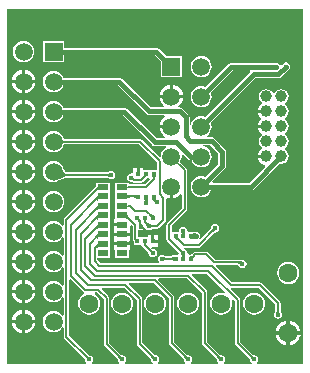
<source format=gbl>
G04 Layer_Physical_Order=2*
G04 Layer_Color=16711680*
%FSLAX25Y25*%
%MOIN*%
G70*
G01*
G75*
%ADD11C,0.00787*%
%ADD12C,0.01575*%
%ADD14R,0.05905X0.05905*%
%ADD15C,0.05905*%
%ADD16R,0.05905X0.05905*%
%ADD17C,0.06299*%
%ADD18C,0.03937*%
%ADD19C,0.01772*%
%ADD20R,0.01378X0.01772*%
%ADD21R,0.03543X0.01968*%
G36*
X159845Y145114D02*
X159868Y144862D01*
X159888Y144760D01*
X159913Y144673D01*
X159926Y144643D01*
X160069D01*
X160026Y144596D01*
X159987Y144544D01*
X159986Y144542D01*
X160024Y144508D01*
X160072Y144484D01*
X160126Y144476D01*
X159948D01*
X159924Y144426D01*
X159899Y144359D01*
X159879Y144287D01*
X159863Y144211D01*
X159852Y144129D01*
X159845Y144042D01*
X159843Y143951D01*
X159055D01*
X159053Y144042D01*
X159046Y144129D01*
X159035Y144211D01*
X159019Y144287D01*
X158999Y144359D01*
X158974Y144426D01*
X158950Y144476D01*
X158772D01*
X158826Y144484D01*
X158874Y144508D01*
X158911Y144542D01*
X158910Y144544D01*
X158872Y144596D01*
X158829Y144643D01*
X158971D01*
X158984Y144673D01*
X159010Y144760D01*
X159030Y144862D01*
X159044Y144980D01*
X159052Y145114D01*
X159055Y145264D01*
X159843D01*
X159845Y145114D01*
D02*
G37*
G36*
X131637Y143134D02*
X131595Y143195D01*
X131537Y143230D01*
X131464Y143238D01*
X131375Y143221D01*
X131272Y143177D01*
X131152Y143107D01*
X131018Y143011D01*
X130869Y142888D01*
X130524Y142566D01*
X130361Y143516D01*
X130500Y143661D01*
X130724Y143929D01*
X130809Y144051D01*
X130875Y144166D01*
X130922Y144274D01*
X130952Y144374D01*
X130963Y144467D01*
X130955Y144552D01*
X130930Y144630D01*
X131637Y143134D01*
D02*
G37*
G36*
X131637Y146284D02*
X131595Y146345D01*
X131537Y146379D01*
X131464Y146388D01*
X131375Y146370D01*
X131272Y146326D01*
X131152Y146257D01*
X131018Y146160D01*
X130869Y146038D01*
X130524Y145715D01*
X130361Y146666D01*
X130500Y146811D01*
X130724Y147078D01*
X130809Y147201D01*
X130875Y147316D01*
X130922Y147424D01*
X130952Y147524D01*
X130963Y147616D01*
X130955Y147701D01*
X130930Y147779D01*
X131637Y146284D01*
D02*
G37*
G36*
X170070Y145177D02*
X170006Y145174D01*
X169942Y145165D01*
X169878Y145149D01*
X169814Y145126D01*
X169749Y145096D01*
X169684Y145060D01*
X169618Y145017D01*
X169552Y144967D01*
X169486Y144911D01*
X169420Y144847D01*
X168863Y145404D01*
X168926Y145470D01*
X168983Y145537D01*
X169033Y145602D01*
X169076Y145668D01*
X169112Y145733D01*
X169141Y145798D01*
X169164Y145862D01*
X169181Y145926D01*
X169190Y145990D01*
X169193Y146054D01*
X170070Y145177D01*
D02*
G37*
G36*
X147216Y140951D02*
X147181Y140933D01*
X147150Y140903D01*
X147122Y140860D01*
X147099Y140806D01*
X147081Y140740D01*
X147066Y140662D01*
X147056Y140571D01*
X147049Y140469D01*
X147047Y140354D01*
X146260D01*
X146258Y140469D01*
X146241Y140662D01*
X146226Y140740D01*
X146208Y140806D01*
X146185Y140860D01*
X146158Y140903D01*
X146126Y140933D01*
X146091Y140951D01*
X146051Y140957D01*
X147256D01*
X147216Y140951D01*
D02*
G37*
G36*
X131637Y139985D02*
X131595Y140045D01*
X131537Y140080D01*
X131464Y140089D01*
X131375Y140071D01*
X131272Y140027D01*
X131152Y139957D01*
X131018Y139861D01*
X130869Y139739D01*
X130524Y139416D01*
X130361Y140366D01*
X130500Y140511D01*
X130724Y140779D01*
X130809Y140902D01*
X130875Y141017D01*
X130922Y141124D01*
X130952Y141224D01*
X130963Y141317D01*
X130955Y141402D01*
X130930Y141480D01*
X131637Y139985D01*
D02*
G37*
G36*
X162695Y144460D02*
X162725Y144445D01*
X162775Y144432D01*
X162844Y144421D01*
X162934Y144411D01*
X163322Y144393D01*
X163681Y144390D01*
Y142815D01*
X163492Y142814D01*
X162775Y142773D01*
X162725Y142760D01*
X162695Y142745D01*
X162685Y142728D01*
Y144476D01*
X162695Y144460D01*
D02*
G37*
G36*
X157508Y143713D02*
X157485Y143644D01*
X157484Y143563D01*
X157507Y143470D01*
X157552Y143365D01*
X157620Y143247D01*
X157712Y143118D01*
X157826Y142976D01*
X158124Y142657D01*
X157495Y142172D01*
X157336Y142326D01*
X157049Y142569D01*
X156922Y142658D01*
X156805Y142726D01*
X156699Y142772D01*
X156604Y142796D01*
X156519Y142799D01*
X156445Y142781D01*
X156381Y142740D01*
X157555Y143770D01*
X157508Y143713D01*
D02*
G37*
G36*
X148767Y150785D02*
X149053Y150541D01*
X149181Y150452D01*
X149297Y150385D01*
X149403Y150338D01*
X149499Y150314D01*
X149583Y150311D01*
X149657Y150330D01*
X149721Y150370D01*
X148548Y149340D01*
X148594Y149397D01*
X148618Y149466D01*
X148618Y149547D01*
X148596Y149640D01*
X148550Y149746D01*
X148482Y149863D01*
X148391Y149992D01*
X148276Y150134D01*
X147979Y150453D01*
X148607Y150938D01*
X148767Y150785D01*
D02*
G37*
G36*
X140709Y150850D02*
X140701Y150764D01*
X140711Y150670D01*
X140739Y150570D01*
X140785Y150462D01*
X140850Y150347D01*
X140933Y150225D01*
X141035Y150095D01*
X141155Y149959D01*
X141293Y149815D01*
X141130Y148865D01*
X140951Y149038D01*
X140637Y149307D01*
X140503Y149402D01*
X140384Y149471D01*
X140281Y149513D01*
X140192Y149530D01*
X140118Y149520D01*
X140060Y149484D01*
X140016Y149422D01*
X140736Y150929D01*
X140709Y150850D01*
D02*
G37*
G36*
X131637Y152583D02*
X131595Y152644D01*
X131537Y152679D01*
X131464Y152687D01*
X131375Y152670D01*
X131272Y152626D01*
X131152Y152556D01*
X131018Y152460D01*
X130869Y152337D01*
X130524Y152014D01*
X130361Y152965D01*
X130500Y153110D01*
X130724Y153377D01*
X130809Y153500D01*
X130875Y153615D01*
X130922Y153723D01*
X130952Y153823D01*
X130963Y153916D01*
X130955Y154001D01*
X130930Y154078D01*
X131637Y152583D01*
D02*
G37*
G36*
X131637Y149433D02*
X131595Y149494D01*
X131537Y149529D01*
X131464Y149538D01*
X131375Y149520D01*
X131272Y149476D01*
X131152Y149406D01*
X131018Y149310D01*
X130869Y149188D01*
X130524Y148865D01*
X130361Y149815D01*
X130500Y149960D01*
X130724Y150228D01*
X130809Y150350D01*
X130875Y150466D01*
X130922Y150573D01*
X130952Y150673D01*
X130963Y150766D01*
X130955Y150851D01*
X130930Y150929D01*
X131637Y149433D01*
D02*
G37*
G36*
X145475Y147760D02*
X145483Y147674D01*
X145496Y147594D01*
X145515Y147521D01*
X145539Y147453D01*
X145569Y147393D01*
X145603Y147338D01*
X145643Y147290D01*
X145689Y147247D01*
X145740Y147211D01*
X144530Y146936D01*
X144560Y146986D01*
X144586Y147041D01*
X144609Y147101D01*
X144629Y147165D01*
X144646Y147234D01*
X144660Y147308D01*
X144679Y147469D01*
X144684Y147556D01*
X144685Y147648D01*
X145472Y147852D01*
X145475Y147760D01*
D02*
G37*
G36*
X147439Y148003D02*
X147505Y147946D01*
X147571Y147896D01*
X147637Y147853D01*
X147702Y147817D01*
X147766Y147787D01*
X147831Y147765D01*
X147895Y147748D01*
X147959Y147739D01*
X148023Y147736D01*
X147146Y146859D01*
X147143Y146923D01*
X147134Y146987D01*
X147117Y147051D01*
X147095Y147115D01*
X147065Y147180D01*
X147029Y147245D01*
X146986Y147311D01*
X146936Y147377D01*
X146879Y147443D01*
X146816Y147509D01*
X147373Y148066D01*
X147439Y148003D01*
D02*
G37*
G36*
X144762Y149434D02*
X144777Y149411D01*
X144804Y149377D01*
X144894Y149277D01*
X145328Y148831D01*
X144800Y148245D01*
X144354Y148646D01*
X144760Y149445D01*
X144762Y149434D01*
D02*
G37*
G36*
X147057Y148630D02*
X147055Y148618D01*
X147053Y148598D01*
X147049Y148488D01*
X147047Y148228D01*
X146260D01*
X146248Y148634D01*
X147059D01*
X147057Y148630D01*
D02*
G37*
G36*
X160432Y103514D02*
X160497Y103458D01*
X160563Y103408D01*
X160629Y103365D01*
X160694Y103329D01*
X160759Y103299D01*
X160823Y103276D01*
X160887Y103260D01*
X160951Y103251D01*
X161015Y103248D01*
X160138Y102371D01*
X160135Y102435D01*
X160126Y102498D01*
X160109Y102563D01*
X160087Y102627D01*
X160057Y102692D01*
X160021Y102757D01*
X159978Y102822D01*
X159928Y102888D01*
X159871Y102954D01*
X159808Y103021D01*
X160365Y103577D01*
X160432Y103514D01*
D02*
G37*
G36*
X138384D02*
X138450Y103458D01*
X138516Y103408D01*
X138582Y103365D01*
X138647Y103329D01*
X138711Y103299D01*
X138776Y103276D01*
X138840Y103260D01*
X138904Y103251D01*
X138968Y103248D01*
X138091Y102371D01*
X138088Y102435D01*
X138078Y102498D01*
X138062Y102563D01*
X138039Y102627D01*
X138010Y102692D01*
X137973Y102757D01*
X137931Y102822D01*
X137881Y102888D01*
X137824Y102954D01*
X137761Y103021D01*
X138318Y103577D01*
X138384Y103514D01*
D02*
G37*
G36*
X182479D02*
X182545Y103458D01*
X182610Y103408D01*
X182676Y103365D01*
X182741Y103329D01*
X182806Y103299D01*
X182870Y103276D01*
X182935Y103260D01*
X182999Y103251D01*
X183062Y103248D01*
X182185Y102371D01*
X182182Y102435D01*
X182173Y102498D01*
X182157Y102563D01*
X182134Y102627D01*
X182104Y102692D01*
X182068Y102757D01*
X182025Y102822D01*
X181975Y102888D01*
X181919Y102954D01*
X181855Y103021D01*
X182412Y103577D01*
X182479Y103514D01*
D02*
G37*
G36*
X171455D02*
X171521Y103458D01*
X171587Y103408D01*
X171652Y103365D01*
X171718Y103329D01*
X171782Y103299D01*
X171847Y103276D01*
X171911Y103260D01*
X171975Y103251D01*
X172038Y103248D01*
X171161Y102371D01*
X171159Y102435D01*
X171149Y102498D01*
X171133Y102563D01*
X171110Y102627D01*
X171081Y102692D01*
X171044Y102757D01*
X171001Y102822D01*
X170952Y102888D01*
X170895Y102954D01*
X170832Y103021D01*
X171389Y103577D01*
X171455Y103514D01*
D02*
G37*
G36*
X143979Y122067D02*
Y107543D01*
X144047Y107198D01*
X144243Y106905D01*
X148410Y102738D01*
X148430Y102685D01*
X148484Y102629D01*
X148521Y102586D01*
X148550Y102547D01*
X148573Y102512D01*
X148589Y102483D01*
X148600Y102459D01*
X148607Y102440D01*
X148610Y102426D01*
X148612Y102416D01*
X148614Y102380D01*
X148641Y102320D01*
X148733Y101856D01*
X149038Y101400D01*
X149184Y101303D01*
X149032Y100803D01*
X140023D01*
X139871Y101303D01*
X139970Y101369D01*
X140274Y101824D01*
X140381Y102362D01*
X140274Y102900D01*
X139970Y103356D01*
X139514Y103660D01*
X139050Y103753D01*
X138990Y103780D01*
X138954Y103782D01*
X138944Y103783D01*
X138930Y103787D01*
X138911Y103793D01*
X138887Y103805D01*
X138858Y103821D01*
X138823Y103843D01*
X138784Y103873D01*
X138741Y103910D01*
X138685Y103963D01*
X138632Y103984D01*
X134761Y107854D01*
Y122835D01*
X134693Y123180D01*
X134497Y123473D01*
X132208Y125762D01*
X132415Y126262D01*
X139783D01*
X143979Y122067D01*
D02*
G37*
G36*
X126133Y124952D02*
X126369Y124794D01*
X126404Y124538D01*
X126376Y124256D01*
X126195Y124181D01*
X125434Y123597D01*
X124850Y122837D01*
X124484Y121951D01*
X124358Y121000D01*
X124484Y120049D01*
X124850Y119163D01*
X125434Y118403D01*
X126195Y117819D01*
X127081Y117452D01*
X128032Y117327D01*
X128982Y117452D01*
X129868Y117819D01*
X130629Y118403D01*
X131212Y119163D01*
X131579Y120049D01*
X131705Y121000D01*
X131579Y121951D01*
X131212Y122837D01*
X130629Y123597D01*
X129868Y124181D01*
X129853Y124187D01*
X129952Y124687D01*
X130728D01*
X132955Y122460D01*
Y107480D01*
X133024Y107135D01*
X133220Y106842D01*
X137355Y102707D01*
X137375Y102654D01*
X137429Y102597D01*
X137466Y102554D01*
X137495Y102515D01*
X137518Y102481D01*
X137534Y102451D01*
X137545Y102427D01*
X137552Y102408D01*
X137555Y102394D01*
X137557Y102384D01*
X137558Y102348D01*
X137586Y102289D01*
X137678Y101824D01*
X137983Y101369D01*
X138082Y101303D01*
X137930Y100803D01*
X128999D01*
X128848Y101303D01*
X128946Y101369D01*
X129251Y101824D01*
X129358Y102362D01*
X129251Y102900D01*
X128946Y103356D01*
X128490Y103660D01*
X127953Y103767D01*
X127846Y103746D01*
X121376Y110217D01*
Y129002D01*
X121876Y129209D01*
X126133Y124952D01*
D02*
G37*
G36*
X165632Y124429D02*
Y107874D01*
X165701Y107528D01*
X165897Y107235D01*
X170426Y102707D01*
X170446Y102654D01*
X170499Y102597D01*
X170536Y102554D01*
X170566Y102515D01*
X170589Y102481D01*
X170605Y102451D01*
X170616Y102427D01*
X170623Y102408D01*
X170626Y102394D01*
X170628Y102384D01*
X170629Y102348D01*
X170657Y102289D01*
X170749Y101824D01*
X171054Y101369D01*
X171152Y101303D01*
X171001Y100803D01*
X162070D01*
X161918Y101303D01*
X162017Y101369D01*
X162322Y101824D01*
X162429Y102362D01*
X162322Y102900D01*
X162017Y103356D01*
X161561Y103660D01*
X161097Y103753D01*
X161038Y103780D01*
X161002Y103782D01*
X160992Y103783D01*
X160978Y103787D01*
X160959Y103793D01*
X160934Y103805D01*
X160905Y103821D01*
X160871Y103843D01*
X160831Y103873D01*
X160789Y103910D01*
X160732Y103963D01*
X160679Y103984D01*
X156415Y108248D01*
Y123228D01*
X156346Y123574D01*
X156150Y123867D01*
X151106Y128912D01*
X151313Y129412D01*
X160650D01*
X165632Y124429D01*
D02*
G37*
G36*
X154609Y122854D02*
Y107874D01*
X154677Y107528D01*
X154873Y107235D01*
X159402Y102707D01*
X159423Y102654D01*
X159476Y102597D01*
X159513Y102554D01*
X159542Y102515D01*
X159565Y102481D01*
X159581Y102451D01*
X159592Y102427D01*
X159599Y102408D01*
X159603Y102394D01*
X159604Y102384D01*
X159606Y102348D01*
X159633Y102289D01*
X159726Y101824D01*
X160030Y101369D01*
X160129Y101303D01*
X159977Y100803D01*
X151031D01*
X150879Y101303D01*
X151025Y101400D01*
X151330Y101856D01*
X151436Y102394D01*
X151330Y102931D01*
X151025Y103387D01*
X150569Y103692D01*
X150105Y103784D01*
X150046Y103812D01*
X150010Y103813D01*
X149999Y103815D01*
X149985Y103818D01*
X149967Y103825D01*
X149942Y103836D01*
X149913Y103852D01*
X149879Y103875D01*
X149839Y103905D01*
X149796Y103941D01*
X149740Y103995D01*
X149687Y104015D01*
X145785Y107917D01*
Y122441D01*
X145716Y122787D01*
X145520Y123080D01*
X141263Y127337D01*
X141470Y127837D01*
X149626D01*
X154609Y122854D01*
D02*
G37*
G36*
X153042Y136502D02*
X153094Y136464D01*
X153150Y136430D01*
X153212Y136400D01*
X153279Y136375D01*
X153351Y136355D01*
X153427Y136339D01*
X153509Y136328D01*
X153596Y136321D01*
X153687Y136319D01*
Y135531D01*
X153596Y135529D01*
X153509Y135522D01*
X153427Y135511D01*
X153351Y135495D01*
X153279Y135475D01*
X153212Y135450D01*
X153150Y135421D01*
X153094Y135387D01*
X153042Y135348D01*
X152995Y135305D01*
Y136545D01*
X153042Y136502D01*
D02*
G37*
G36*
X156225Y135138D02*
X156217Y135213D01*
X156193Y135280D01*
X156153Y135339D01*
X156097Y135390D01*
X156025Y135433D01*
X155937Y135468D01*
X155833Y135496D01*
X155713Y135516D01*
X155577Y135528D01*
X155425Y135531D01*
Y136319D01*
X155577Y136323D01*
X155713Y136335D01*
X155833Y136354D01*
X155937Y136382D01*
X156025Y136417D01*
X156097Y136461D01*
X156153Y136512D01*
X156193Y136571D01*
X156217Y136638D01*
X156225Y136713D01*
Y135138D01*
D02*
G37*
G36*
X163242Y136602D02*
X163093Y136448D01*
X162858Y136169D01*
X162770Y136044D01*
X162703Y135927D01*
X162656Y135821D01*
X162630Y135724D01*
X162624Y135636D01*
X162638Y135557D01*
X162673Y135489D01*
X161768Y136787D01*
X161820Y136735D01*
X161884Y136707D01*
X161962Y136703D01*
X162054Y136724D01*
X162158Y136769D01*
X162276Y136838D01*
X162408Y136931D01*
X162552Y137048D01*
X162882Y137356D01*
X163242Y136602D01*
D02*
G37*
G36*
X159845Y137437D02*
X159868Y137185D01*
X159872Y137163D01*
X160069D01*
X160026Y137116D01*
X159987Y137064D01*
X159953Y137007D01*
X159930Y136958D01*
X159944Y136925D01*
X159981Y136870D01*
X160024Y136830D01*
X160072Y136807D01*
X160126Y136799D01*
X159877D01*
X159863Y136730D01*
X159852Y136648D01*
X159845Y136562D01*
X159843Y136470D01*
X159055D01*
X159053Y136562D01*
X159046Y136648D01*
X159035Y136730D01*
X159020Y136799D01*
X158772D01*
X158826Y136807D01*
X158874Y136830D01*
X158916Y136870D01*
X158953Y136925D01*
X158968Y136958D01*
X158944Y137007D01*
X158910Y137064D01*
X158872Y137116D01*
X158829Y137163D01*
X159025D01*
X159030Y137185D01*
X159044Y137303D01*
X159052Y137437D01*
X159055Y137586D01*
X159843D01*
X159845Y137437D01*
D02*
G37*
G36*
X191341Y118556D02*
X191348Y118470D01*
X191359Y118388D01*
X191375Y118311D01*
X191395Y118239D01*
X191420Y118173D01*
X191449Y118111D01*
X191483Y118054D01*
X191522Y118002D01*
X191565Y117955D01*
X190325D01*
X190368Y118002D01*
X190406Y118054D01*
X190440Y118111D01*
X190470Y118173D01*
X190495Y118239D01*
X190515Y118311D01*
X190531Y118388D01*
X190542Y118470D01*
X190549Y118556D01*
X190551Y118648D01*
X191339D01*
X191341Y118556D01*
D02*
G37*
G36*
X149439Y103546D02*
X149505Y103489D01*
X149571Y103440D01*
X149637Y103397D01*
X149702Y103360D01*
X149767Y103331D01*
X149831Y103308D01*
X149895Y103292D01*
X149959Y103282D01*
X150023Y103279D01*
X149146Y102403D01*
X149143Y102466D01*
X149134Y102530D01*
X149117Y102594D01*
X149094Y102659D01*
X149065Y102724D01*
X149029Y102789D01*
X148986Y102854D01*
X148936Y102920D01*
X148879Y102986D01*
X148816Y103052D01*
X149373Y103609D01*
X149439Y103546D01*
D02*
G37*
G36*
X178893Y135104D02*
X178263Y134088D01*
X178249Y134138D01*
X178226Y134182D01*
X178194Y134222D01*
X178153Y134256D01*
X178103Y134285D01*
X178045Y134308D01*
X177977Y134327D01*
X177901Y134340D01*
X177816Y134348D01*
X177722Y134350D01*
X177866Y135138D01*
X178893Y135104D01*
D02*
G37*
G36*
X173422Y124907D02*
X173139Y124483D01*
X172982Y124548D01*
X172031Y124673D01*
X171081Y124548D01*
X170195Y124181D01*
X169434Y123597D01*
X168851Y122837D01*
X168483Y121951D01*
X168358Y121000D01*
X168483Y120049D01*
X168851Y119163D01*
X169434Y118403D01*
X170195Y117819D01*
X171081Y117452D01*
X172031Y117327D01*
X172982Y117452D01*
X173868Y117819D01*
X174629Y118403D01*
X175213Y119163D01*
X175580Y120049D01*
X175705Y121000D01*
X175580Y121951D01*
X175515Y122107D01*
X175938Y122390D01*
X176656Y121673D01*
Y107874D01*
X176725Y107528D01*
X176920Y107235D01*
X181449Y102707D01*
X181470Y102654D01*
X181523Y102597D01*
X181560Y102554D01*
X181590Y102515D01*
X181612Y102481D01*
X181629Y102451D01*
X181640Y102427D01*
X181646Y102408D01*
X181650Y102394D01*
X181651Y102384D01*
X181653Y102348D01*
X181681Y102289D01*
X181773Y101824D01*
X182077Y101369D01*
X182176Y101303D01*
X182025Y100803D01*
X173094D01*
X172942Y101303D01*
X173041Y101369D01*
X173345Y101824D01*
X173452Y102362D01*
X173345Y102900D01*
X173041Y103356D01*
X172585Y103660D01*
X172120Y103753D01*
X172061Y103780D01*
X172025Y103782D01*
X172015Y103783D01*
X172001Y103787D01*
X171982Y103793D01*
X171958Y103805D01*
X171929Y103821D01*
X171894Y103843D01*
X171855Y103873D01*
X171812Y103910D01*
X171756Y103963D01*
X171703Y103984D01*
X167439Y108248D01*
Y124803D01*
X167370Y125149D01*
X167174Y125442D01*
X162129Y130487D01*
X162336Y130987D01*
X167342D01*
X173422Y124907D01*
D02*
G37*
G36*
X150220Y156299D02*
X150183Y156242D01*
X150173Y156168D01*
X150189Y156080D01*
X150232Y155976D01*
X150301Y155857D01*
X150393Y155727D01*
X150458Y155691D01*
X150522Y155661D01*
X150587Y155639D01*
X150651Y155622D01*
X150715Y155613D01*
X150778Y155610D01*
X150626Y155457D01*
X150840Y155228D01*
X150069Y154885D01*
X150062Y154893D01*
X149902Y154733D01*
X149899Y154797D01*
X149890Y154861D01*
X149873Y154925D01*
X149850Y154989D01*
X149821Y155054D01*
X149785Y155119D01*
X149741Y155185D01*
X149734Y155194D01*
X149367Y155512D01*
X149258Y155587D01*
X149160Y155646D01*
X149073Y155687D01*
X148996Y155712D01*
X148929Y155721D01*
X150283Y156342D01*
X150220Y156299D01*
D02*
G37*
G36*
X131637Y155733D02*
X131595Y155793D01*
X131537Y155828D01*
X131464Y155837D01*
X131375Y155819D01*
X131272Y155775D01*
X131152Y155705D01*
X131018Y155609D01*
X130869Y155487D01*
X130524Y155164D01*
X130361Y156114D01*
X130500Y156259D01*
X130724Y156527D01*
X130809Y156650D01*
X130875Y156765D01*
X130922Y156872D01*
X130952Y156972D01*
X130963Y157065D01*
X130955Y157150D01*
X130930Y157228D01*
X131637Y155733D01*
D02*
G37*
G36*
X199197Y100803D02*
X184117D01*
X183966Y101303D01*
X184064Y101369D01*
X184369Y101824D01*
X184476Y102362D01*
X184369Y102900D01*
X184064Y103356D01*
X183608Y103660D01*
X183144Y103753D01*
X183085Y103780D01*
X183049Y103782D01*
X183039Y103783D01*
X183025Y103787D01*
X183006Y103793D01*
X182982Y103805D01*
X182952Y103821D01*
X182918Y103843D01*
X182879Y103873D01*
X182836Y103910D01*
X182780Y103963D01*
X182727Y103984D01*
X178462Y108248D01*
Y122047D01*
X178393Y122393D01*
X178198Y122686D01*
X175110Y125774D01*
X175139Y125937D01*
X175329Y126262D01*
X184665D01*
X190042Y120886D01*
Y118713D01*
X190019Y118661D01*
X190017Y118584D01*
X190012Y118527D01*
X190006Y118479D01*
X189997Y118438D01*
X189988Y118406D01*
X189979Y118381D01*
X189970Y118363D01*
X189963Y118350D01*
X189957Y118342D01*
X189932Y118316D01*
X189910Y118254D01*
X189647Y117860D01*
X189540Y117323D01*
X189647Y116785D01*
X189951Y116329D01*
X190407Y116025D01*
X190945Y115918D01*
X191482Y116025D01*
X191938Y116329D01*
X192243Y116785D01*
X192350Y117323D01*
X192243Y117860D01*
X191980Y118254D01*
X191957Y118316D01*
X191933Y118342D01*
X191927Y118350D01*
X191920Y118363D01*
X191911Y118381D01*
X191902Y118406D01*
X191893Y118438D01*
X191884Y118479D01*
X191877Y118527D01*
X191873Y118584D01*
X191871Y118661D01*
X191848Y118713D01*
Y121260D01*
X191779Y121606D01*
X191584Y121898D01*
X185678Y127804D01*
X185385Y128000D01*
X185039Y128068D01*
X175571D01*
X170261Y133379D01*
X170452Y133841D01*
X177604D01*
X177626Y133826D01*
X177836Y133714D01*
X178140Y133258D01*
X178596Y132954D01*
X179134Y132847D01*
X179672Y132954D01*
X180127Y133258D01*
X180432Y133714D01*
X180539Y134252D01*
X180432Y134790D01*
X180127Y135245D01*
X179672Y135550D01*
X179134Y135657D01*
X178947Y135620D01*
X178910Y135637D01*
X178653Y135645D01*
X178642Y135647D01*
X178586D01*
X177883Y135670D01*
X177822Y135647D01*
X169961D01*
X167568Y138040D01*
X167275Y138236D01*
X166929Y138305D01*
X163484D01*
X163139Y138236D01*
X162846Y138040D01*
X162570Y137765D01*
X162518Y137745D01*
X162202Y137450D01*
X162085Y137355D01*
X162012Y137303D01*
X161875D01*
X161862Y137311D01*
X161824Y137303D01*
X161811D01*
X161772Y137320D01*
X161731Y137303D01*
X161266D01*
X160854Y137795D01*
X160747Y138333D01*
X160442Y138789D01*
X159986Y139093D01*
X159711Y139148D01*
X159761Y139648D01*
X164567D01*
X164912Y139717D01*
X165206Y139912D01*
X169734Y144441D01*
X169787Y144462D01*
X169843Y144515D01*
X169886Y144552D01*
X169925Y144581D01*
X169960Y144604D01*
X169989Y144620D01*
X170014Y144632D01*
X170032Y144638D01*
X170046Y144642D01*
X170056Y144643D01*
X170092Y144645D01*
X170152Y144672D01*
X170616Y144765D01*
X171072Y145069D01*
X171376Y145525D01*
X171483Y146063D01*
X171376Y146600D01*
X171072Y147056D01*
X170616Y147361D01*
X170078Y147468D01*
X169541Y147361D01*
X169085Y147056D01*
X168780Y146600D01*
X168688Y146136D01*
X168660Y146077D01*
X168659Y146041D01*
X168657Y146031D01*
X168654Y146017D01*
X168647Y145998D01*
X168636Y145974D01*
X168620Y145944D01*
X168597Y145910D01*
X168568Y145871D01*
X168531Y145827D01*
X168477Y145771D01*
X168457Y145718D01*
X165132Y142394D01*
X164744Y142712D01*
X164979Y143065D01*
X165086Y143602D01*
X164979Y144140D01*
X164674Y144596D01*
X164219Y144900D01*
X163681Y145007D01*
X163678Y145007D01*
X163189Y144980D01*
X162812Y144994D01*
X162746Y144983D01*
X162685Y145009D01*
X162616Y144980D01*
X161305D01*
X160854Y145276D01*
X160814Y145475D01*
X160747Y145813D01*
X160442Y146269D01*
X159986Y146574D01*
X159449Y146680D01*
X158911Y146574D01*
X158455Y146269D01*
X158151Y145813D01*
X158083Y145475D01*
X158044Y145276D01*
X157593Y144980D01*
X155709D01*
X155628Y145447D01*
Y146870D01*
X160481Y151724D01*
X160677Y152017D01*
X160746Y152362D01*
Y165610D01*
X160677Y165956D01*
X160481Y166249D01*
X158464Y168267D01*
X158809Y169101D01*
X158927Y170000D01*
X158865Y170473D01*
X159339Y170706D01*
X160967Y169078D01*
X161390Y168795D01*
X161890Y168695D01*
X162265D01*
X162444Y168263D01*
X162996Y167543D01*
X163716Y166991D01*
X164553Y166644D01*
X165453Y166525D01*
X166352Y166644D01*
X167190Y166991D01*
X167910Y167543D01*
X168462Y168263D01*
X168809Y169101D01*
X168927Y170000D01*
X168809Y170899D01*
X168462Y171737D01*
X167910Y172457D01*
X167190Y173009D01*
X166352Y173356D01*
X166078Y173392D01*
X166111Y173892D01*
X168357D01*
X171136Y171113D01*
Y167528D01*
X166785Y163177D01*
X166352Y163356D01*
X165453Y163475D01*
X164553Y163356D01*
X163716Y163009D01*
X162996Y162457D01*
X162444Y161737D01*
X162097Y160899D01*
X161978Y160000D01*
X162097Y159101D01*
X162444Y158263D01*
X162996Y157543D01*
X163716Y156991D01*
X164553Y156644D01*
X165453Y156525D01*
X166352Y156644D01*
X167190Y156991D01*
X167910Y157543D01*
X168462Y158263D01*
X168641Y158695D01*
X182106D01*
X182606Y158795D01*
X183029Y159078D01*
X191572Y167621D01*
X192126Y167511D01*
X193086Y167702D01*
X193900Y168246D01*
X194444Y169060D01*
X194635Y170020D01*
X194444Y170980D01*
X193900Y171794D01*
X193229Y172242D01*
X193209Y172306D01*
Y172733D01*
X193229Y172798D01*
X193900Y173246D01*
X194444Y174060D01*
X194635Y175020D01*
X194444Y175980D01*
X193900Y176794D01*
X193229Y177242D01*
X193209Y177306D01*
Y177733D01*
X193229Y177797D01*
X193900Y178246D01*
X194444Y179060D01*
X194635Y180020D01*
X194444Y180980D01*
X193900Y181794D01*
X193229Y182242D01*
X193209Y182306D01*
Y182733D01*
X193229Y182798D01*
X193900Y183246D01*
X194444Y184060D01*
X194635Y185020D01*
X194444Y185980D01*
X193900Y186794D01*
X193229Y187242D01*
X193209Y187306D01*
Y187733D01*
X193229Y187797D01*
X193900Y188246D01*
X194444Y189060D01*
X194635Y190020D01*
X194444Y190980D01*
X193900Y191794D01*
X193086Y192338D01*
X192126Y192528D01*
X191166Y192338D01*
X190352Y191794D01*
X189904Y191123D01*
X189839Y191103D01*
X189413D01*
X189348Y191123D01*
X188900Y191794D01*
X188086Y192338D01*
X187126Y192528D01*
X186166Y192338D01*
X185352Y191794D01*
X184808Y190980D01*
X184617Y190020D01*
X184808Y189060D01*
X185352Y188246D01*
X185614Y188071D01*
X185536Y187521D01*
X185020Y187126D01*
X184547Y186509D01*
X184249Y185791D01*
X184225Y185610D01*
X187126D01*
Y184429D01*
X184225D01*
X184249Y184249D01*
X184547Y183531D01*
X185020Y182914D01*
X185208Y182770D01*
Y182270D01*
X185020Y182126D01*
X184547Y181509D01*
X184249Y180790D01*
X184225Y180610D01*
X187126D01*
Y179429D01*
X184225D01*
X184249Y179249D01*
X184547Y178531D01*
X185020Y177914D01*
X185536Y177518D01*
X185614Y176969D01*
X185352Y176794D01*
X184808Y175980D01*
X184617Y175020D01*
X184808Y174060D01*
X185352Y173246D01*
X185614Y173071D01*
X185536Y172521D01*
X185020Y172126D01*
X184547Y171509D01*
X184249Y170791D01*
X184225Y170610D01*
X187126D01*
Y169429D01*
X184225D01*
X184249Y169249D01*
X184547Y168531D01*
X185020Y167914D01*
X185637Y167440D01*
X186355Y167143D01*
X186657Y167103D01*
X186837Y166575D01*
X181566Y161305D01*
X169309D01*
X169102Y161805D01*
X173363Y166066D01*
X173646Y166489D01*
X173746Y166988D01*
Y171653D01*
X173646Y172153D01*
X173363Y172576D01*
X169820Y176119D01*
X169397Y176402D01*
X168898Y176501D01*
X167315D01*
X167199Y176957D01*
X167204Y177001D01*
X167910Y177543D01*
X168462Y178263D01*
X168809Y179101D01*
X168927Y180000D01*
X168809Y180899D01*
X168630Y181332D01*
X183434Y196136D01*
X191142D01*
X191641Y196236D01*
X192064Y196519D01*
X194267Y198721D01*
X194694Y199006D01*
X194999Y199462D01*
X195106Y200000D01*
X194999Y200538D01*
X194694Y200993D01*
X194238Y201298D01*
X193701Y201405D01*
X193163Y201298D01*
X192707Y200993D01*
X192422Y200566D01*
X192232Y200377D01*
X191829Y200499D01*
X191725Y200576D01*
X191446Y200993D01*
X190990Y201298D01*
X190453Y201405D01*
X189948Y201305D01*
X175453D01*
X174953Y201205D01*
X174530Y200922D01*
X166785Y193177D01*
X166352Y193356D01*
X165453Y193475D01*
X164553Y193356D01*
X163716Y193009D01*
X162996Y192457D01*
X162444Y191737D01*
X162097Y190899D01*
X161978Y190000D01*
X162097Y189101D01*
X162444Y188263D01*
X162996Y187543D01*
X163716Y186991D01*
X164553Y186644D01*
X165453Y186525D01*
X166352Y186644D01*
X167190Y186991D01*
X167910Y187543D01*
X168462Y188263D01*
X168809Y189101D01*
X168927Y190000D01*
X168809Y190899D01*
X168630Y191332D01*
X175993Y198695D01*
X181596D01*
X181803Y198195D01*
X166785Y183177D01*
X166352Y183356D01*
X165453Y183475D01*
X164553Y183356D01*
X163716Y183009D01*
X162996Y182457D01*
X162444Y181737D01*
X162097Y180899D01*
X162041Y180476D01*
X161541Y180508D01*
Y183071D01*
X161442Y183570D01*
X161159Y183993D01*
X159190Y185962D01*
X158767Y186245D01*
X158268Y186344D01*
X157977D01*
X157807Y186844D01*
X158261Y187192D01*
X158892Y188014D01*
X159289Y188972D01*
X159346Y189409D01*
X151560D01*
X151617Y188972D01*
X152014Y188014D01*
X152645Y187192D01*
X153099Y186844D01*
X152929Y186344D01*
X148572D01*
X138993Y195923D01*
X138570Y196205D01*
X138071Y196305D01*
X119369D01*
X119190Y196737D01*
X118638Y197457D01*
X117918Y198009D01*
X117080Y198356D01*
X116181Y198475D01*
X115282Y198356D01*
X114444Y198009D01*
X113724Y197457D01*
X113172Y196737D01*
X112825Y195899D01*
X112706Y195000D01*
X112825Y194101D01*
X113172Y193263D01*
X113724Y192543D01*
X114444Y191991D01*
X115282Y191644D01*
X116181Y191525D01*
X117080Y191644D01*
X117918Y191991D01*
X118638Y192543D01*
X119190Y193263D01*
X119369Y193695D01*
X137531D01*
X147109Y184117D01*
X147532Y183834D01*
X148031Y183735D01*
X153032D01*
X153201Y183235D01*
X152645Y182808D01*
X152014Y181985D01*
X151617Y181028D01*
X151560Y180591D01*
X155453D01*
Y179409D01*
X151560D01*
X151617Y178972D01*
X152014Y178015D01*
X152645Y177192D01*
X153406Y176608D01*
X153393Y176391D01*
X153267Y176108D01*
X150540D01*
X140726Y185923D01*
X140302Y186205D01*
X139803Y186305D01*
X119369D01*
X119190Y186737D01*
X118638Y187457D01*
X117918Y188009D01*
X117080Y188356D01*
X116181Y188475D01*
X115282Y188356D01*
X114444Y188009D01*
X113724Y187457D01*
X113172Y186737D01*
X112825Y185899D01*
X112706Y185000D01*
X112825Y184101D01*
X113172Y183263D01*
X113724Y182543D01*
X114444Y181991D01*
X115282Y181644D01*
X116181Y181525D01*
X117080Y181644D01*
X117918Y181991D01*
X118638Y182543D01*
X119190Y183263D01*
X119369Y183695D01*
X139263D01*
X149077Y173881D01*
X149501Y173598D01*
X150000Y173499D01*
X153591D01*
X153707Y173043D01*
X153702Y172999D01*
X152996Y172457D01*
X152444Y171737D01*
X152097Y170899D01*
X151978Y170000D01*
X151986Y169941D01*
X151538Y169720D01*
X145619Y175639D01*
X145326Y175834D01*
X144980Y175903D01*
X119536D01*
X119190Y176737D01*
X118638Y177457D01*
X117918Y178009D01*
X117080Y178356D01*
X116181Y178475D01*
X115282Y178356D01*
X114444Y178009D01*
X113724Y177457D01*
X113172Y176737D01*
X112825Y175899D01*
X112706Y175000D01*
X112825Y174101D01*
X113172Y173263D01*
X113724Y172543D01*
X114444Y171991D01*
X115282Y171644D01*
X116181Y171525D01*
X117080Y171644D01*
X117918Y171991D01*
X118638Y172543D01*
X119190Y173263D01*
X119536Y174097D01*
X144606D01*
X150672Y168031D01*
Y165650D01*
X148728D01*
X148425Y165650D01*
X147925Y165650D01*
X146161D01*
Y166142D01*
X144980D01*
Y164272D01*
X143996D01*
Y166142D01*
X142815D01*
Y164745D01*
X142315Y164359D01*
X142126Y164397D01*
X141588Y164290D01*
X141132Y163986D01*
X140828Y163530D01*
X140721Y162992D01*
X140828Y162454D01*
X141132Y161999D01*
X141588Y161694D01*
X142126Y161587D01*
X142233Y161608D01*
X142275Y161566D01*
X142568Y161370D01*
X142913Y161302D01*
X145276D01*
X145621Y161370D01*
X145914Y161566D01*
X147242Y162894D01*
X148087Y162894D01*
X148336Y162449D01*
X148333Y162432D01*
X146646Y160746D01*
X141240D01*
Y161319D01*
X136713D01*
Y158669D01*
X136713Y158366D01*
X136713Y157866D01*
Y155520D01*
X136713Y155217D01*
X136713Y154717D01*
Y152067D01*
X136713D01*
Y151870D01*
X136713D01*
Y149213D01*
X136221D01*
Y147736D01*
X138976D01*
Y146752D01*
X136221D01*
Y145276D01*
Y144587D01*
X138976D01*
X141732D01*
Y146888D01*
X142194Y147080D01*
X142601Y146673D01*
Y142421D01*
X142669Y142076D01*
X142865Y141783D01*
X142913Y141735D01*
Y140453D01*
X145234Y140453D01*
X145267Y140452D01*
X145472Y140404D01*
X145729Y140340D01*
X145773Y140239D01*
X145819Y140009D01*
X146015Y139716D01*
X147829Y137902D01*
X147808Y137795D01*
X147915Y137258D01*
X148219Y136802D01*
X148675Y136497D01*
X149213Y136390D01*
X149750Y136497D01*
X150206Y136802D01*
X150511Y137258D01*
X150618Y137795D01*
X150511Y138333D01*
X150206Y138789D01*
X149750Y139093D01*
X149213Y139200D01*
X149124Y139182D01*
X148799Y139530D01*
X148978Y139961D01*
X150886D01*
Y141339D01*
X149213D01*
Y141831D01*
X148721D01*
Y143701D01*
X147539D01*
Y143209D01*
X145776D01*
X145473Y143209D01*
X144972Y143209D01*
X144407D01*
Y145370D01*
X144907Y145638D01*
X144930Y145622D01*
X145276Y145554D01*
X145621Y145622D01*
X145914Y145818D01*
X146110Y146111D01*
X146163Y146376D01*
X146201Y146429D01*
X146494Y146418D01*
X146676Y146338D01*
X146765Y146265D01*
X147038Y145857D01*
X147494Y145552D01*
X148031Y145445D01*
X148569Y145552D01*
X149025Y145857D01*
X149085Y145947D01*
X150787D01*
X151133Y146016D01*
X151426Y146212D01*
X153395Y148180D01*
X153590Y148473D01*
X153659Y148819D01*
Y155940D01*
X154159Y156274D01*
X154425Y156164D01*
X154862Y156107D01*
Y160000D01*
X156043D01*
Y156107D01*
X156481Y156164D01*
X157438Y156561D01*
X158261Y157192D01*
X158439Y157425D01*
X158939Y157255D01*
Y152736D01*
X154086Y147883D01*
X153890Y147590D01*
X153821Y147244D01*
Y142520D01*
X153890Y142174D01*
X154086Y141881D01*
X158065Y137902D01*
X158044Y137795D01*
X157632Y137303D01*
X155709D01*
Y136874D01*
X155647Y136864D01*
X155547Y136855D01*
X155412Y136851D01*
X155360Y136828D01*
X153752D01*
X153700Y136851D01*
X153623Y136853D01*
X153566Y136858D01*
X153518Y136864D01*
X153477Y136873D01*
X153445Y136882D01*
X153420Y136891D01*
X153402Y136900D01*
X153390Y136907D01*
X153382Y136913D01*
X153355Y136938D01*
X153294Y136960D01*
X152900Y137223D01*
X152362Y137330D01*
X151824Y137223D01*
X151369Y136919D01*
X151064Y136463D01*
X150957Y135925D01*
X151064Y135388D01*
X151369Y134932D01*
X151464Y134868D01*
X151313Y134368D01*
X131870D01*
X130824Y135414D01*
Y136319D01*
X134941D01*
Y139272D01*
X134941Y139272D01*
Y139469D01*
X134941D01*
X134941Y139772D01*
Y142421D01*
X134941Y142421D01*
Y142618D01*
X134941D01*
X134941Y142921D01*
Y145571D01*
X134941Y145571D01*
Y145768D01*
X134941D01*
X134941Y146071D01*
Y148721D01*
X134941Y148721D01*
Y148917D01*
X134941D01*
X134941Y149221D01*
Y151870D01*
X134941Y151870D01*
Y152067D01*
X134941D01*
X134941Y152370D01*
Y155020D01*
X134941Y155020D01*
Y155217D01*
X134941D01*
X134941Y155520D01*
Y158169D01*
X134941Y158169D01*
Y158366D01*
X134941D01*
X134941Y158669D01*
Y161319D01*
X130413D01*
Y160037D01*
X119834Y149458D01*
X119638Y149164D01*
X119569Y148819D01*
Y147065D01*
X119069Y146895D01*
X118638Y147457D01*
X117918Y148009D01*
X117080Y148356D01*
X116181Y148475D01*
X115282Y148356D01*
X114444Y148009D01*
X113724Y147457D01*
X113172Y146737D01*
X112825Y145899D01*
X112706Y145000D01*
X112825Y144101D01*
X113172Y143263D01*
X113724Y142543D01*
X114444Y141991D01*
X115282Y141644D01*
X116181Y141525D01*
X117080Y141644D01*
X117918Y141991D01*
X118638Y142543D01*
X119069Y143105D01*
X119569Y142935D01*
Y137065D01*
X119069Y136895D01*
X118638Y137457D01*
X117918Y138009D01*
X117080Y138356D01*
X116181Y138475D01*
X115282Y138356D01*
X114444Y138009D01*
X113724Y137457D01*
X113172Y136737D01*
X112825Y135899D01*
X112706Y135000D01*
X112825Y134101D01*
X113172Y133263D01*
X113724Y132543D01*
X114444Y131991D01*
X115282Y131644D01*
X116181Y131525D01*
X117080Y131644D01*
X117918Y131991D01*
X118638Y132543D01*
X119069Y133105D01*
X119569Y132935D01*
Y127065D01*
X119069Y126895D01*
X118638Y127457D01*
X117918Y128009D01*
X117080Y128356D01*
X116181Y128475D01*
X115282Y128356D01*
X114444Y128009D01*
X113724Y127457D01*
X113172Y126737D01*
X112825Y125899D01*
X112706Y125000D01*
X112825Y124101D01*
X113172Y123263D01*
X113724Y122543D01*
X114444Y121991D01*
X115282Y121644D01*
X116181Y121525D01*
X117080Y121644D01*
X117918Y121991D01*
X118638Y122543D01*
X119069Y123105D01*
X119569Y122935D01*
Y117065D01*
X119069Y116895D01*
X118638Y117457D01*
X117918Y118009D01*
X117080Y118356D01*
X116181Y118475D01*
X115282Y118356D01*
X114444Y118009D01*
X113724Y117457D01*
X113172Y116737D01*
X112825Y115899D01*
X112706Y115000D01*
X112825Y114101D01*
X113172Y113263D01*
X113724Y112543D01*
X114444Y111991D01*
X115282Y111644D01*
X116181Y111525D01*
X117080Y111644D01*
X117918Y111991D01*
X118638Y112543D01*
X119069Y113105D01*
X119569Y112935D01*
Y109843D01*
X119638Y109497D01*
X119834Y109204D01*
X126569Y102469D01*
X126548Y102362D01*
X126655Y101824D01*
X126959Y101369D01*
X127058Y101303D01*
X126906Y100803D01*
X100803D01*
Y219197D01*
X199197D01*
Y100803D01*
D02*
G37*
G36*
X143823Y155905D02*
X143815Y155980D01*
X143790Y156047D01*
X143750Y156106D01*
X143694Y156158D01*
X143622Y156201D01*
X143534Y156236D01*
X143430Y156264D01*
X143311Y156283D01*
X143175Y156295D01*
X143024Y156299D01*
Y157087D01*
X143173Y157090D01*
X143307Y157102D01*
X143425Y157121D01*
X143528Y157148D01*
X143614Y157182D01*
X143685Y157224D01*
X143740Y157274D01*
X143780Y157331D01*
X143803Y157396D01*
X143811Y157468D01*
X143823Y155905D01*
D02*
G37*
G36*
X140744Y157405D02*
X140768Y157339D01*
X140807Y157280D01*
X140862Y157228D01*
X140933Y157185D01*
X141019Y157150D01*
X141122Y157122D01*
X141240Y157102D01*
X141374Y157091D01*
X141523Y157087D01*
Y156299D01*
X141374Y156295D01*
X141240Y156283D01*
X141122Y156264D01*
X141019Y156236D01*
X140933Y156201D01*
X140862Y156158D01*
X140807Y156106D01*
X140768Y156047D01*
X140744Y155980D01*
X140736Y155905D01*
Y157480D01*
X140744Y157405D01*
D02*
G37*
G36*
X150230Y163390D02*
X150181Y163366D01*
X150139Y163327D01*
X150102Y163272D01*
X150071Y163201D01*
X150045Y163114D01*
X150025Y163012D01*
X150011Y162894D01*
X150003Y162760D01*
X150000Y162610D01*
X149213D01*
X149210Y162760D01*
X149187Y163012D01*
X149167Y163114D01*
X149142Y163201D01*
X149111Y163272D01*
X149074Y163327D01*
X149031Y163366D01*
X148983Y163390D01*
X148929Y163398D01*
X150283D01*
X150230Y163390D01*
D02*
G37*
G36*
X147443Y155761D02*
X147446Y155721D01*
X147724D01*
X147670Y155713D01*
X147622Y155689D01*
X147580Y155650D01*
X147543Y155595D01*
X147512Y155524D01*
X147493Y155460D01*
X147497Y155444D01*
X147522Y155377D01*
X147552Y155316D01*
X147586Y155259D01*
X147624Y155207D01*
X147667Y155160D01*
X147449D01*
X147444Y155083D01*
X147441Y154933D01*
X146653D01*
X146651Y155083D01*
X146644Y155160D01*
X146427D01*
X146470Y155207D01*
X146509Y155259D01*
X146543Y155316D01*
X146572Y155377D01*
X146597Y155444D01*
X146601Y155460D01*
X146583Y155524D01*
X146552Y155595D01*
X146515Y155650D01*
X146472Y155689D01*
X146424Y155713D01*
X146370Y155721D01*
X146648D01*
X146651Y155761D01*
X146653Y155853D01*
X147441D01*
X147443Y155761D01*
D02*
G37*
%LPC*%
G36*
X139032Y124673D02*
X138081Y124548D01*
X137195Y124181D01*
X136434Y123597D01*
X135851Y122837D01*
X135484Y121951D01*
X135358Y121000D01*
X135484Y120049D01*
X135851Y119163D01*
X136434Y118403D01*
X137195Y117819D01*
X138081Y117452D01*
X139032Y117327D01*
X139982Y117452D01*
X140868Y117819D01*
X141629Y118403D01*
X142212Y119163D01*
X142579Y120049D01*
X142705Y121000D01*
X142579Y121951D01*
X142212Y122837D01*
X141629Y123597D01*
X140868Y124181D01*
X139982Y124548D01*
X139032Y124673D01*
D02*
G37*
G36*
X161031D02*
X160081Y124548D01*
X159195Y124181D01*
X158434Y123597D01*
X157851Y122837D01*
X157483Y121951D01*
X157358Y121000D01*
X157483Y120049D01*
X157851Y119163D01*
X158434Y118403D01*
X159195Y117819D01*
X160081Y117452D01*
X161031Y117327D01*
X161982Y117452D01*
X162868Y117819D01*
X163629Y118403D01*
X164213Y119163D01*
X164579Y120049D01*
X164705Y121000D01*
X164579Y121951D01*
X164213Y122837D01*
X163629Y123597D01*
X162868Y124181D01*
X161982Y124548D01*
X161031Y124673D01*
D02*
G37*
G36*
X150031D02*
X149081Y124548D01*
X148195Y124181D01*
X147434Y123597D01*
X146851Y122837D01*
X146484Y121951D01*
X146358Y121000D01*
X146484Y120049D01*
X146851Y119163D01*
X147434Y118403D01*
X148195Y117819D01*
X149081Y117452D01*
X150031Y117327D01*
X150982Y117452D01*
X151868Y117819D01*
X152629Y118403D01*
X153212Y119163D01*
X153579Y120049D01*
X153705Y121000D01*
X153579Y121951D01*
X153212Y122837D01*
X152629Y123597D01*
X151868Y124181D01*
X150982Y124548D01*
X150031Y124673D01*
D02*
G37*
G36*
X106772Y118893D02*
Y115591D01*
X110074D01*
X110017Y116028D01*
X109620Y116985D01*
X108989Y117808D01*
X108167Y118439D01*
X107209Y118836D01*
X106772Y118893D01*
D02*
G37*
G36*
X105591D02*
X105153Y118836D01*
X104196Y118439D01*
X103373Y117808D01*
X102742Y116985D01*
X102345Y116028D01*
X102288Y115591D01*
X105591D01*
Y118893D01*
D02*
G37*
G36*
X183031Y124673D02*
X182081Y124548D01*
X181195Y124181D01*
X180434Y123597D01*
X179850Y122837D01*
X179483Y121951D01*
X179358Y121000D01*
X179483Y120049D01*
X179850Y119163D01*
X180434Y118403D01*
X181195Y117819D01*
X182081Y117452D01*
X183031Y117327D01*
X183982Y117452D01*
X184868Y117819D01*
X185629Y118403D01*
X186213Y119163D01*
X186580Y120049D01*
X186705Y121000D01*
X186580Y121951D01*
X186213Y122837D01*
X185629Y123597D01*
X184868Y124181D01*
X183982Y124548D01*
X183031Y124673D01*
D02*
G37*
G36*
X105591Y128893D02*
X105153Y128836D01*
X104196Y128439D01*
X103373Y127808D01*
X102742Y126986D01*
X102345Y126028D01*
X102288Y125591D01*
X105591D01*
Y128893D01*
D02*
G37*
G36*
X106772D02*
Y125591D01*
X110074D01*
X110017Y126028D01*
X109620Y126986D01*
X108989Y127808D01*
X108167Y128439D01*
X107209Y128836D01*
X106772Y128893D01*
D02*
G37*
G36*
X194421Y134854D02*
X193471Y134729D01*
X192585Y134362D01*
X191824Y133778D01*
X191240Y133018D01*
X190873Y132132D01*
X190748Y131181D01*
X190873Y130230D01*
X191240Y129344D01*
X191824Y128584D01*
X192585Y128000D01*
X193471Y127633D01*
X194421Y127508D01*
X195372Y127633D01*
X196258Y128000D01*
X197019Y128584D01*
X197602Y129344D01*
X197969Y130230D01*
X198094Y131181D01*
X197969Y132132D01*
X197602Y133018D01*
X197019Y133778D01*
X196258Y134362D01*
X195372Y134729D01*
X194421Y134854D01*
D02*
G37*
G36*
X105591Y188893D02*
X105153Y188836D01*
X104196Y188439D01*
X103373Y187808D01*
X102742Y186986D01*
X102345Y186028D01*
X102288Y185591D01*
X105591D01*
Y188893D01*
D02*
G37*
G36*
X106772D02*
Y185591D01*
X110074D01*
X110017Y186028D01*
X109620Y186986D01*
X108989Y187808D01*
X108167Y188439D01*
X107209Y188836D01*
X106772Y188893D01*
D02*
G37*
G36*
X105591Y124409D02*
X102288D01*
X102345Y123972D01*
X102742Y123014D01*
X103373Y122192D01*
X104196Y121561D01*
X105153Y121164D01*
X105591Y121107D01*
Y124409D01*
D02*
G37*
G36*
X110074D02*
X106772D01*
Y121107D01*
X107209Y121164D01*
X108167Y121561D01*
X108989Y122192D01*
X109620Y123014D01*
X110017Y123972D01*
X110074Y124409D01*
D02*
G37*
G36*
X195012Y115273D02*
Y111772D01*
X198513D01*
X198449Y112260D01*
X198032Y113266D01*
X197370Y114129D01*
X196506Y114792D01*
X195500Y115208D01*
X195012Y115273D01*
D02*
G37*
G36*
X105591Y198893D02*
X105153Y198836D01*
X104196Y198439D01*
X103373Y197808D01*
X102742Y196985D01*
X102345Y196028D01*
X102288Y195591D01*
X105591D01*
Y198893D01*
D02*
G37*
G36*
X110074Y194409D02*
X106772D01*
Y191107D01*
X107209Y191164D01*
X108167Y191561D01*
X108989Y192192D01*
X109620Y193015D01*
X110017Y193972D01*
X110074Y194409D01*
D02*
G37*
G36*
X105591D02*
X102288D01*
X102345Y193972D01*
X102742Y193015D01*
X103373Y192192D01*
X104196Y191561D01*
X105153Y191164D01*
X105591Y191107D01*
Y194409D01*
D02*
G37*
G36*
X106772Y198893D02*
Y195591D01*
X110074D01*
X110017Y196028D01*
X109620Y196985D01*
X108989Y197808D01*
X108167Y198439D01*
X107209Y198836D01*
X106772Y198893D01*
D02*
G37*
G36*
X106181Y208475D02*
X105282Y208356D01*
X104444Y208009D01*
X103724Y207457D01*
X103172Y206737D01*
X102825Y205899D01*
X102707Y205000D01*
X102825Y204101D01*
X103172Y203263D01*
X103724Y202543D01*
X104444Y201991D01*
X105282Y201644D01*
X106181Y201525D01*
X107080Y201644D01*
X107918Y201991D01*
X108638Y202543D01*
X109190Y203263D01*
X109537Y204101D01*
X109656Y205000D01*
X109537Y205899D01*
X109190Y206737D01*
X108638Y207457D01*
X107918Y208009D01*
X107080Y208356D01*
X106181Y208475D01*
D02*
G37*
G36*
X119626Y208445D02*
X112736D01*
Y201555D01*
X119626D01*
Y203695D01*
X149912D01*
X152008Y201600D01*
Y196555D01*
X158898D01*
Y203445D01*
X153853D01*
X151375Y205923D01*
X150952Y206205D01*
X150453Y206305D01*
X119626D01*
Y208445D01*
D02*
G37*
G36*
X165453Y203475D02*
X164553Y203356D01*
X163716Y203009D01*
X162996Y202457D01*
X162444Y201737D01*
X162097Y200899D01*
X161978Y200000D01*
X162097Y199101D01*
X162444Y198263D01*
X162996Y197543D01*
X163716Y196991D01*
X164553Y196644D01*
X165453Y196525D01*
X166352Y196644D01*
X167190Y196991D01*
X167910Y197543D01*
X168462Y198263D01*
X168809Y199101D01*
X168927Y200000D01*
X168809Y200899D01*
X168462Y201737D01*
X167910Y202457D01*
X167190Y203009D01*
X166352Y203356D01*
X165453Y203475D01*
D02*
G37*
G36*
X105591Y114409D02*
X102288D01*
X102345Y113972D01*
X102742Y113014D01*
X103373Y112192D01*
X104196Y111561D01*
X105153Y111164D01*
X105591Y111107D01*
Y114409D01*
D02*
G37*
G36*
X110074D02*
X106772D01*
Y111107D01*
X107209Y111164D01*
X108167Y111561D01*
X108989Y112192D01*
X109620Y113014D01*
X110017Y113972D01*
X110074Y114409D01*
D02*
G37*
G36*
X193831Y115273D02*
X193342Y115208D01*
X192336Y114792D01*
X191473Y114129D01*
X190810Y113266D01*
X190394Y112260D01*
X190330Y111772D01*
X193831D01*
Y115273D01*
D02*
G37*
G36*
X198513Y110591D02*
X195012D01*
Y107089D01*
X195500Y107154D01*
X196506Y107570D01*
X197370Y108233D01*
X198032Y109096D01*
X198449Y110102D01*
X198513Y110591D01*
D02*
G37*
G36*
X156043Y193893D02*
Y190591D01*
X159346D01*
X159289Y191028D01*
X158892Y191985D01*
X158261Y192808D01*
X157438Y193439D01*
X156481Y193836D01*
X156043Y193893D01*
D02*
G37*
G36*
X154862D02*
X154425Y193836D01*
X153467Y193439D01*
X152645Y192808D01*
X152014Y191985D01*
X151617Y191028D01*
X151560Y190591D01*
X154862D01*
Y193893D01*
D02*
G37*
G36*
X193831Y110591D02*
X190330D01*
X190394Y110102D01*
X190810Y109096D01*
X191473Y108233D01*
X192336Y107570D01*
X193342Y107154D01*
X193831Y107089D01*
Y110591D01*
D02*
G37*
G36*
X105591Y134409D02*
X102288D01*
X102345Y133972D01*
X102742Y133015D01*
X103373Y132192D01*
X104196Y131561D01*
X105153Y131164D01*
X105591Y131107D01*
Y134409D01*
D02*
G37*
G36*
X116181Y168475D02*
X115282Y168356D01*
X114444Y168009D01*
X113724Y167457D01*
X113172Y166737D01*
X112825Y165899D01*
X112706Y165000D01*
X112825Y164101D01*
X113172Y163263D01*
X113724Y162543D01*
X114444Y161991D01*
X115282Y161644D01*
X116181Y161525D01*
X117080Y161644D01*
X117362Y161760D01*
X117459Y161758D01*
X119948Y162702D01*
X120345Y162828D01*
X120437Y162850D01*
X120494Y162858D01*
X120527Y162876D01*
X134043D01*
X134095Y162853D01*
X134172Y162851D01*
X134229Y162847D01*
X134277Y162840D01*
X134318Y162832D01*
X134350Y162823D01*
X134375Y162813D01*
X134393Y162805D01*
X134406Y162797D01*
X134414Y162791D01*
X134440Y162767D01*
X134502Y162745D01*
X134895Y162481D01*
X135433Y162375D01*
X135971Y162481D01*
X136426Y162786D01*
X136731Y163242D01*
X136838Y163779D01*
X136731Y164317D01*
X136426Y164773D01*
X135971Y165077D01*
X135433Y165184D01*
X134895Y165077D01*
X134502Y164814D01*
X134440Y164792D01*
X134414Y164768D01*
X134406Y164762D01*
X134393Y164754D01*
X134375Y164746D01*
X134350Y164736D01*
X134318Y164727D01*
X134277Y164719D01*
X134229Y164712D01*
X134172Y164708D01*
X134095Y164706D01*
X134043Y164683D01*
X120872D01*
X120830Y164704D01*
X120647Y164719D01*
X120516Y164752D01*
X120389Y164808D01*
X120259Y164893D01*
X120125Y165010D01*
X119989Y165165D01*
X119851Y165360D01*
X119715Y165597D01*
X119583Y165875D01*
X119451Y166207D01*
X119379Y166280D01*
X119190Y166737D01*
X118638Y167457D01*
X117918Y168009D01*
X117080Y168356D01*
X116181Y168475D01*
D02*
G37*
G36*
X105591Y148893D02*
X105153Y148836D01*
X104196Y148439D01*
X103373Y147808D01*
X102742Y146985D01*
X102345Y146028D01*
X102288Y145591D01*
X105591D01*
Y148893D01*
D02*
G37*
G36*
X106772D02*
Y145591D01*
X110074D01*
X110017Y146028D01*
X109620Y146985D01*
X108989Y147808D01*
X108167Y148439D01*
X107209Y148836D01*
X106772Y148893D01*
D02*
G37*
G36*
Y168893D02*
Y165591D01*
X110074D01*
X110017Y166028D01*
X109620Y166985D01*
X108989Y167808D01*
X108167Y168439D01*
X107209Y168836D01*
X106772Y168893D01*
D02*
G37*
G36*
X150886Y143701D02*
X149705D01*
Y142323D01*
X150886D01*
Y143701D01*
D02*
G37*
G36*
X105591Y168893D02*
X105153Y168836D01*
X104196Y168439D01*
X103373Y167808D01*
X102742Y166985D01*
X102345Y166028D01*
X102288Y165591D01*
X105591D01*
Y168893D01*
D02*
G37*
G36*
X110074Y164409D02*
X106772D01*
Y161107D01*
X107209Y161164D01*
X108167Y161561D01*
X108989Y162192D01*
X109620Y163014D01*
X110017Y163972D01*
X110074Y164409D01*
D02*
G37*
G36*
X105591Y154409D02*
X102288D01*
X102345Y153972D01*
X102742Y153015D01*
X103373Y152192D01*
X104196Y151561D01*
X105153Y151164D01*
X105591Y151107D01*
Y154409D01*
D02*
G37*
G36*
X110074D02*
X106772D01*
Y151107D01*
X107209Y151164D01*
X108167Y151561D01*
X108989Y152192D01*
X109620Y153015D01*
X110017Y153972D01*
X110074Y154409D01*
D02*
G37*
G36*
X116181Y158475D02*
X115282Y158356D01*
X114444Y158009D01*
X113724Y157457D01*
X113172Y156737D01*
X112825Y155899D01*
X112706Y155000D01*
X112825Y154101D01*
X113172Y153263D01*
X113724Y152543D01*
X114444Y151991D01*
X115282Y151644D01*
X116181Y151525D01*
X117080Y151644D01*
X117918Y151991D01*
X118638Y152543D01*
X119190Y153263D01*
X119537Y154101D01*
X119656Y155000D01*
X119537Y155899D01*
X119190Y156737D01*
X118638Y157457D01*
X117918Y158009D01*
X117080Y158356D01*
X116181Y158475D01*
D02*
G37*
G36*
X105591Y164409D02*
X102288D01*
X102345Y163972D01*
X102742Y163014D01*
X103373Y162192D01*
X104196Y161561D01*
X105153Y161164D01*
X105591Y161107D01*
Y164409D01*
D02*
G37*
G36*
X106772Y158893D02*
Y155591D01*
X110074D01*
X110017Y156028D01*
X109620Y156985D01*
X108989Y157808D01*
X108167Y158439D01*
X107209Y158836D01*
X106772Y158893D01*
D02*
G37*
G36*
X105591D02*
X105153Y158836D01*
X104196Y158439D01*
X103373Y157808D01*
X102742Y156985D01*
X102345Y156028D01*
X102288Y155591D01*
X105591D01*
Y158893D01*
D02*
G37*
G36*
X106772Y138893D02*
Y135591D01*
X110074D01*
X110017Y136028D01*
X109620Y136986D01*
X108989Y137808D01*
X108167Y138439D01*
X107209Y138836D01*
X106772Y138893D01*
D02*
G37*
G36*
X141732Y140453D02*
X138976D01*
X136221D01*
Y138976D01*
X136713D01*
Y136319D01*
X141240D01*
Y138976D01*
X141732D01*
Y140453D01*
D02*
G37*
G36*
X110074Y184409D02*
X106772D01*
Y181107D01*
X107209Y181164D01*
X108167Y181561D01*
X108989Y182192D01*
X109620Y183015D01*
X110017Y183972D01*
X110074Y184409D01*
D02*
G37*
G36*
X105591D02*
X102288D01*
X102345Y183972D01*
X102742Y183015D01*
X103373Y182192D01*
X104196Y181561D01*
X105153Y181164D01*
X105591Y181107D01*
Y184409D01*
D02*
G37*
G36*
X106772Y178893D02*
Y175591D01*
X110074D01*
X110017Y176028D01*
X109620Y176986D01*
X108989Y177808D01*
X108167Y178439D01*
X107209Y178836D01*
X106772Y178893D01*
D02*
G37*
G36*
X105591Y138893D02*
X105153Y138836D01*
X104196Y138439D01*
X103373Y137808D01*
X102742Y136986D01*
X102345Y136028D01*
X102288Y135591D01*
X105591D01*
Y138893D01*
D02*
G37*
G36*
Y178893D02*
X105153Y178836D01*
X104196Y178439D01*
X103373Y177808D01*
X102742Y176986D01*
X102345Y176028D01*
X102288Y175591D01*
X105591D01*
Y178893D01*
D02*
G37*
G36*
Y144409D02*
X102288D01*
X102345Y143972D01*
X102742Y143015D01*
X103373Y142192D01*
X104196Y141561D01*
X105153Y141164D01*
X105591Y141107D01*
Y144409D01*
D02*
G37*
G36*
X110074D02*
X106772D01*
Y141107D01*
X107209Y141164D01*
X108167Y141561D01*
X108989Y142192D01*
X109620Y143015D01*
X110017Y143972D01*
X110074Y144409D01*
D02*
G37*
G36*
X141732Y143602D02*
X138976D01*
X136221D01*
Y142126D01*
Y141437D01*
X138976D01*
X141732D01*
Y142126D01*
Y143602D01*
D02*
G37*
G36*
X110074Y174409D02*
X106772D01*
Y171107D01*
X107209Y171164D01*
X108167Y171561D01*
X108989Y172192D01*
X109620Y173014D01*
X110017Y173972D01*
X110074Y174409D01*
D02*
G37*
G36*
X105591D02*
X102288D01*
X102345Y173972D01*
X102742Y173014D01*
X103373Y172192D01*
X104196Y171561D01*
X105153Y171164D01*
X105591Y171107D01*
Y174409D01*
D02*
G37*
G36*
X110074Y134409D02*
X106772D01*
Y131107D01*
X107209Y131164D01*
X108167Y131561D01*
X108989Y132192D01*
X109620Y133015D01*
X110017Y133972D01*
X110074Y134409D01*
D02*
G37*
%LPD*%
G36*
X134801Y163159D02*
X134754Y163203D01*
X134702Y163241D01*
X134645Y163275D01*
X134583Y163304D01*
X134516Y163329D01*
X134445Y163350D01*
X134368Y163365D01*
X134286Y163377D01*
X134200Y163384D01*
X134108Y163386D01*
Y164173D01*
X134200Y164175D01*
X134286Y164182D01*
X134368Y164194D01*
X134445Y164209D01*
X134516Y164230D01*
X134583Y164255D01*
X134645Y164284D01*
X134702Y164318D01*
X134754Y164357D01*
X134801Y164400D01*
Y163159D01*
D02*
G37*
G36*
X119094Y165661D02*
X119243Y165349D01*
X119402Y165074D01*
X119570Y164835D01*
X119748Y164632D01*
X119936Y164467D01*
X120134Y164339D01*
X120342Y164247D01*
X120560Y164192D01*
X120787Y164173D01*
X120425Y163386D01*
X120338Y163374D01*
X120201Y163341D01*
X119773Y163205D01*
X117271Y162256D01*
X118956Y166010D01*
X119094Y165661D01*
D02*
G37*
D11*
X170078Y146063D02*
Y146063D01*
X152362Y135925D02*
X156890D01*
X117402Y163779D02*
X135433D01*
X116181Y165000D02*
X117402Y163779D01*
X142126Y162992D02*
X142913Y162205D01*
X159449Y143602D02*
Y145276D01*
X169587Y134744D02*
X178642D01*
X179134Y134252D01*
X166929Y137402D02*
X169587Y134744D01*
X175197Y127165D02*
X185039D01*
X168898Y133465D02*
X175197Y127165D01*
X131496Y133465D02*
X168898D01*
X177559Y107874D02*
Y122047D01*
X167717Y131890D02*
X177559Y122047D01*
X130709Y131890D02*
X167717D01*
X162008Y135925D02*
X163484Y137402D01*
X141804Y153543D02*
X143379Y151969D01*
X140945Y153543D02*
X141804D01*
X140945Y159843D02*
X147020D01*
X177559Y107874D02*
X183071Y102362D01*
X166535Y107874D02*
X172047Y102362D01*
X166535Y107874D02*
Y124803D01*
X155512Y107874D02*
X161024Y102362D01*
X155512Y107874D02*
Y123228D01*
X190945Y117323D02*
Y121260D01*
X185039Y127165D02*
X190945Y121260D01*
X161024Y130315D02*
X166535Y124803D01*
X129921Y130315D02*
X161024D01*
X150000Y128740D02*
X155512Y123228D01*
X128740Y128740D02*
X150000D01*
X140157Y127165D02*
X144882Y122441D01*
X127756Y127165D02*
X140157D01*
X144882Y107543D02*
Y122441D01*
Y107543D02*
X150031Y102394D01*
X131102Y125591D02*
X133858Y122835D01*
Y107480D02*
Y122835D01*
Y107480D02*
X138976Y102362D01*
X126772Y125591D02*
X131102D01*
X163484Y137402D02*
X166929D01*
X116181Y175000D02*
X144980D01*
X131496Y156693D02*
X132677D01*
X131496Y159843D02*
X132677D01*
X131496Y153543D02*
X132677D01*
X131496Y150394D02*
X132677D01*
X131496Y147244D02*
X132677D01*
X131496Y144095D02*
X132677D01*
X120472Y109843D02*
X127953Y102362D01*
X120472Y109843D02*
Y148819D01*
X131496Y159843D01*
X122047Y130315D02*
X126772Y125591D01*
X122047Y130315D02*
Y147244D01*
X131496Y156693D01*
X123622Y131299D02*
X127756Y127165D01*
X123622Y131299D02*
Y145669D01*
X131496Y153543D01*
X125197Y132283D02*
X128740Y128740D01*
X125197Y132283D02*
Y144095D01*
X131496Y150394D01*
X126772Y133465D02*
X129921Y130315D01*
X126772Y133465D02*
Y142520D01*
X131496Y147244D01*
X128347Y134252D02*
X130709Y131890D01*
X128347Y134252D02*
Y140945D01*
X131496Y144095D01*
X129921Y135039D02*
X131496Y133465D01*
X129921Y135039D02*
Y139370D01*
X131496Y140945D01*
X132677D01*
X138976Y150394D02*
X140157D01*
X143504Y147047D01*
Y142421D02*
X144095Y141831D01*
X143504Y142421D02*
Y147047D01*
X146653Y148228D02*
Y149508D01*
Y148228D02*
X148031Y146850D01*
X149213Y149508D02*
Y149776D01*
X143379Y151969D02*
X147020D01*
X149213Y149776D01*
X146653Y140354D02*
X149213Y137795D01*
X146653Y140354D02*
Y141831D01*
X138976Y156693D02*
X144390D01*
X144488Y156595D01*
X147047Y163976D02*
Y164272D01*
X145276Y162205D02*
X147047Y163976D01*
X142913Y162205D02*
X145276D01*
X147020Y159843D02*
X149606Y162428D01*
Y164272D01*
X147047Y154528D02*
Y156595D01*
X144095Y149508D02*
X145079Y148524D01*
Y146653D02*
Y148524D01*
Y146653D02*
X145276Y146457D01*
X148031Y146850D02*
X150787D01*
X152756Y148819D01*
X144980Y175000D02*
X151575Y168405D01*
Y157480D02*
Y168405D01*
Y157480D02*
X152756Y156299D01*
Y148819D02*
Y156299D01*
X164567Y140551D02*
X170078Y146063D01*
X156890Y143334D02*
Y143602D01*
X159449Y135925D02*
Y137795D01*
X156890Y143334D02*
X159672Y140551D01*
X164567D01*
X154724Y142520D02*
X159449Y137795D01*
X154724Y142520D02*
Y147244D01*
X159843Y152362D01*
Y165610D01*
X155453Y170000D02*
X159843Y165610D01*
X149606Y155905D02*
X150787Y154724D01*
X149606Y155905D02*
Y156595D01*
D12*
X162008Y143602D02*
X163681D01*
X165453Y180000D02*
X182894Y197441D01*
X191142D01*
X165453Y190000D02*
X175453Y200000D01*
X190453D01*
X191142Y197441D02*
X193701Y200000D01*
X186949Y175197D02*
X187126Y175020D01*
X165453Y160000D02*
X182106D01*
X192126Y170020D01*
X116181Y185000D02*
X139803D01*
X150000Y174803D01*
X157087D01*
X161890Y170000D01*
X165453D01*
X116181Y195000D02*
X138071D01*
X148031Y185039D01*
X158268D01*
X160236Y183071D01*
Y176772D02*
Y183071D01*
Y176772D02*
X161811Y175197D01*
X168898D01*
X172441Y171653D01*
Y166988D02*
Y171653D01*
X165453Y160000D02*
X172441Y166988D01*
X116181Y205000D02*
X150453D01*
X155453Y200000D01*
D14*
X116181Y205000D02*
D03*
D15*
Y195000D02*
D03*
Y185000D02*
D03*
Y175000D02*
D03*
Y165000D02*
D03*
Y155000D02*
D03*
Y145000D02*
D03*
Y135000D02*
D03*
Y125000D02*
D03*
Y115000D02*
D03*
X106181Y205000D02*
D03*
Y195000D02*
D03*
Y185000D02*
D03*
Y175000D02*
D03*
Y165000D02*
D03*
Y155000D02*
D03*
Y145000D02*
D03*
Y135000D02*
D03*
Y125000D02*
D03*
Y115000D02*
D03*
X165453Y200000D02*
D03*
X155453Y190000D02*
D03*
Y180000D02*
D03*
Y170000D02*
D03*
Y160000D02*
D03*
X165453Y190000D02*
D03*
Y180000D02*
D03*
Y170000D02*
D03*
Y160000D02*
D03*
D16*
X155453Y200000D02*
D03*
D17*
X183031Y121000D02*
D03*
X172031D02*
D03*
X161031D02*
D03*
X150031D02*
D03*
X139032D02*
D03*
X128032D02*
D03*
X194421Y131181D02*
D03*
Y111181D02*
D03*
D18*
X187126Y190020D02*
D03*
Y185020D02*
D03*
Y180020D02*
D03*
Y175020D02*
D03*
Y170020D02*
D03*
X192126Y190020D02*
D03*
Y185020D02*
D03*
Y180020D02*
D03*
Y175020D02*
D03*
Y170020D02*
D03*
D19*
X170078Y146063D02*
D03*
X163681Y143602D02*
D03*
X148031Y146850D02*
D03*
X152362Y135925D02*
D03*
X135433Y163779D02*
D03*
X142126Y162992D02*
D03*
X159449Y145276D02*
D03*
X179134Y134252D02*
D03*
X149213Y137795D02*
D03*
X183071Y102362D02*
D03*
X172047D02*
D03*
X161024D02*
D03*
X190945Y117323D02*
D03*
X150031Y102394D02*
D03*
X138976Y102362D02*
D03*
X127953D02*
D03*
X190453Y200000D02*
D03*
X193701D02*
D03*
X141929Y141142D02*
D03*
X145276Y146457D02*
D03*
X150787Y154724D02*
D03*
X147047Y154528D02*
D03*
X159449Y137795D02*
D03*
D20*
X156890Y135925D02*
D03*
X159449D02*
D03*
X162008D02*
D03*
Y143602D02*
D03*
X159449D02*
D03*
X156890D02*
D03*
X149213Y149508D02*
D03*
X146653D02*
D03*
X144095D02*
D03*
Y141831D02*
D03*
X146653D02*
D03*
X149213D02*
D03*
X149606Y164272D02*
D03*
X147047D02*
D03*
X144488D02*
D03*
Y156595D02*
D03*
X147047D02*
D03*
X149606D02*
D03*
D21*
X132677Y137795D02*
D03*
Y140945D02*
D03*
Y144095D02*
D03*
Y147244D02*
D03*
Y150394D02*
D03*
Y153543D02*
D03*
Y156693D02*
D03*
Y159843D02*
D03*
X138976Y137795D02*
D03*
Y140945D02*
D03*
Y144095D02*
D03*
Y147244D02*
D03*
Y150394D02*
D03*
Y153543D02*
D03*
Y156693D02*
D03*
Y159843D02*
D03*
M02*

</source>
